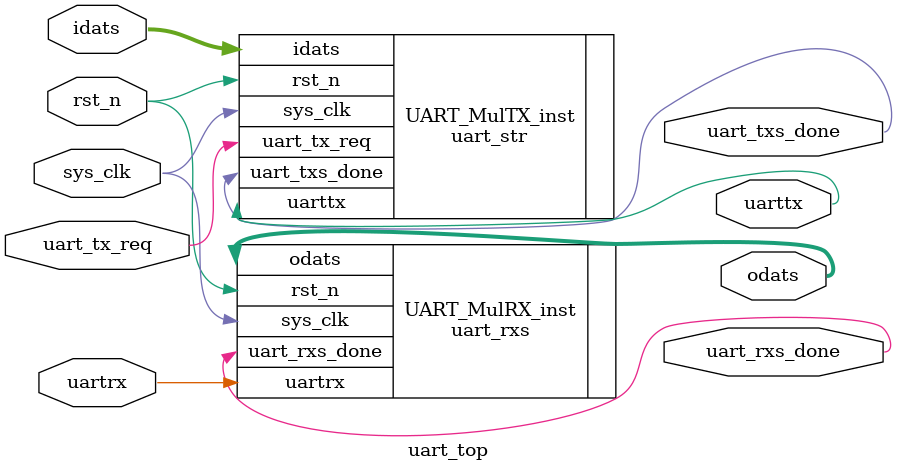
<source format=v>
module uart_top(
    input           sys_clk,      // 系统时钟 50MHz
    input           rst_n,        // 系统复位，低电平有效
    
    // 发送部分接口
    input           uart_tx_req,  // 发送请求信号
    output          uart_txs_done,// 发送完成信号
    input   [23:0]  idats,        // 发送数据
    
    // 接收部分接口
    output          uart_rxs_done,// 接收完成信号
    output  [23:0]  odats,        // 接收数据
    
    // UART接口
    output          uarttx,       // UART发送数据线
    input           uartrx        // UART接收数据线
);

// 实例化多字节发送模块
uart_str #(
    .MulTXNum(3)  // 每次发送3个字节
) UART_MulTX_inst (
    .sys_clk        (sys_clk),
    .rst_n          (rst_n),
    .uart_tx_req    (uart_tx_req),
    .uart_txs_done  (uart_txs_done),
    .idats          (idats),
    .uarttx         (uarttx)
);

// 实例化多字节接收模块
uart_rxs #(
    .MulRXNum(3)  // 每次接收3个字节
) UART_MulRX_inst (
    .sys_clk        (sys_clk),
    .rst_n          (rst_n),
    .uart_rxs_done  (uart_rxs_done),
    .odats          (odats),
    .uartrx         (uartrx)
);






endmodule 
</source>
